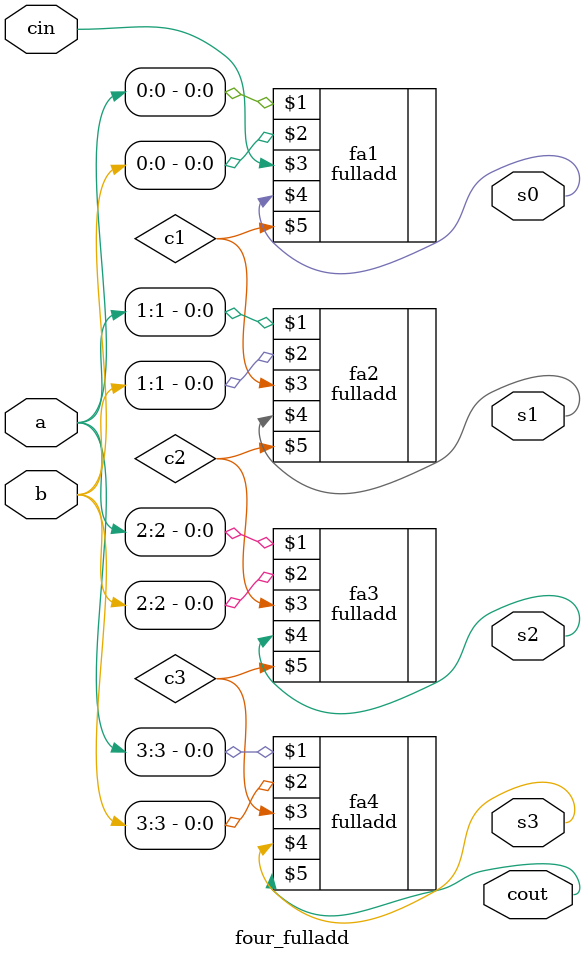
<source format=v>
module four_fulladd(a,b,cin,cout,s0,s1,s2,s3);//???? ??

input[3:0] a,b;//4bit input a,b
input cin;//1bit input cin
output cout,s0,s1,s2,s3;//1bit output, cin,s0,s1,s2,s3
wire c1,c2,c3;//wire c1,c2,c3

fulladd fa1(a[0],b[0],cin,s0,c1);
fulladd fa2(a[1],b[1],c1,s1,c2);
fulladd fa3(a[2],b[2],c2,s2,c3);
fulladd fa4(a[3],b[3],c3,s3,cout);//full adder 4?? ???? 4bit full adder ??

endmodule

</source>
